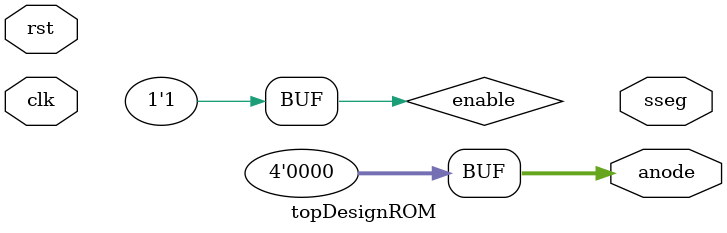
<source format=v>
`timescale 1ns / 1ps

module topDesignROM(clk, rst, sseg, anode);

input clk, rst;
output [7:0] sseg;
output [3:0] anode;

wire enable = 1'b1; ///////
reg [4:0] addr;
wire [7:0] dout;

reg [3:0] state_current, state_next;

always@(posedge clk) begin
	if(rst) begin
		state_current <= 0;
	end
	else begin
		state_current <= state_next;
	end
end

always@(*) begin
	state_next = state_current;
	case(state_current)
		0:begin
			addr = 22; // O
			if (enable == 1'b1) begin
				state_next = state_current + 1;
			end
		end

		1:begin
			addr = 16; // G
			if (enable == 1'b1) begin
				state_next = state_current + 1;
			end
		end

		2:begin
			addr = 27; // U
			if (enable == 1'b1) begin
				state_next = state_current + 1;
			end
		end

		3:begin
			addr = 29; // Z
			if (enable == 1'b1) begin
				state_next = 0;
			end
		end
	endcase
end

assign sseg1 = dout;
assign anode = 4'b0000;

//slowdown_unit inst_1(.clk(clk), .rst(rst), .enable(enable));

character_rom inst_2(
  .clka(clk), // input clka
  .addra(addr), // input [4 : 0] addra
  .douta(dout) // output [7 : 0] douta
);


endmodule

</source>
